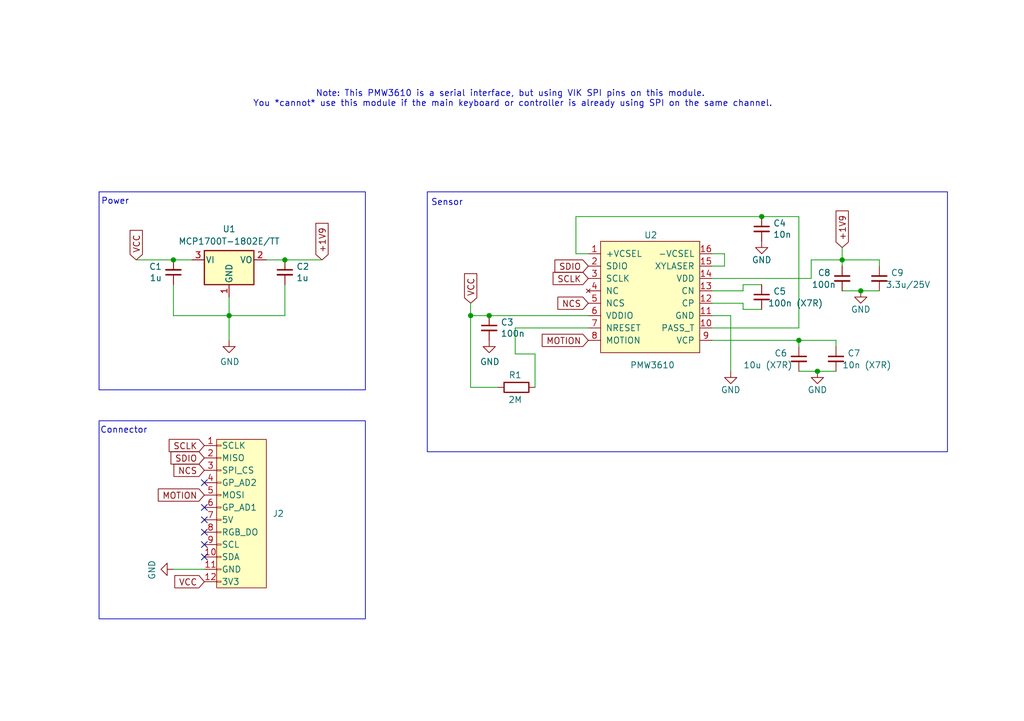
<source format=kicad_sch>
(kicad_sch (version 20250114) (generator "eeschema") (generator_version "9.0")
  (paper "A5")
  (lib_symbols
    (symbol "Device:C_Small" (pin_numbers (hide yes)) (pin_names (offset 0.254) (hide yes))
      (property "Reference" "C" (at 0.254 1.778 0))
      (property "Value" "C_Small" (at 0.254 -2.032 0))
      (symbol "C_Small_0_1"
        (polyline (pts (xy -1.524 0.508) (xy 1.524 0.508)) (stroke (width 0.3048)))
        (polyline (pts (xy -1.524 -0.508) (xy 1.524 -0.508)) (stroke (width 0.3302)))
      )
      (symbol "C_Small_1_1"
        (pin passive line (at 0 2.54 270) (length 2.032) (name "~") (number "1"))
        (pin passive line (at 0 -2.54 90) (length 2.032) (name "~") (number "2"))
      )
    )
    (symbol "Device:R" (pin_numbers (hide yes)) (pin_names (offset 0))
      (property "Reference" "R" (at 2.032 0 90))
      (property "Value" "R" (at 0 0 90))
      (symbol "R_0_1"
        (rectangle (start -1.016 -2.54) (end 1.016 2.54) (stroke (width 0.254)))
      )
      (symbol "R_1_1"
        (pin passive line (at 0 3.81 270) (length 1.27) (name "~") (number "1"))
        (pin passive line (at 0 -3.81 90) (length 1.27) (name "~") (number "2"))
      )
    )
    (symbol "Regulator_Linear:MCP1700x-180xxTT" (pin_names (offset 0.254))
      (property "Reference" "U" (at -3.81 3.175 0))
      (property "Value" "MCP1700x-180xxTT" (at 0 3.175 0))
      (symbol "MCP1700x-180xxTT_0_1"
        (rectangle (start -5.08 1.905) (end 5.08 -5.08) (stroke (width 0.254)) (fill (type background)))
      )
      (symbol "MCP1700x-180xxTT_1_1"
        (pin power_in line (at -7.62 0 0) (length 2.54) (name "VI") (number "3"))
        (pin power_in line (at 0 -7.62 90) (length 2.54) (name "GND") (number "1"))
        (pin power_out line (at 7.62 0 180) (length 2.54) (name "VO") (number "2"))
      )
    )
    (symbol "mysymbol:PMW3610" (pin_names (offset 1.016))
      (property "Reference" "U2" (at -1.27 13.97 0))
      (property "Value" "PMW3610" (at 5.08 -12.7 0))
      (symbol "PMW3610_0_0"
        (pin input line (at -12.7 10.16 0) (length 2.54) (name "+VCSEL") (number "1"))
        (pin bidirectional line (at -12.7 7.62 0) (length 2.54) (name "SDIO") (number "2"))
        (pin input line (at -12.7 5.08 0) (length 2.54) (name "SCLK") (number "3"))
        (pin no_connect line (at -12.7 2.54 0) (length 2.54) (name "NC") (number "4"))
        (pin input line (at -12.7 0 0) (length 2.54) (name "NCS") (number "5"))
        (pin input line (at -12.7 -2.54 0) (length 2.54) (name "VDDIO") (number "6"))
        (pin input line (at -12.7 -5.08 0) (length 2.54) (name "NRESET") (number "7"))
        (pin output line (at -12.7 -7.62 0) (length 2.54) (name "MOTION") (number "8"))
        (pin unspecified line (at 12.7 10.16 180) (length 2.54) (name "-VCSEL") (number "16"))
        (pin input line (at 12.7 7.62 180) (length 2.54) (name "XYLASER") (number "15"))
        (pin power_in line (at 12.7 5.08 180) (length 2.54) (name "VDD") (number "14"))
        (pin unspecified line (at 12.7 2.54 180) (length 2.54) (name "CN") (number "13"))
        (pin unspecified line (at 12.7 0 180) (length 2.54) (name "CP") (number "12"))
        (pin input line (at 12.7 -2.54 180) (length 2.54) (name "GND") (number "11"))
        (pin unspecified line (at 12.7 -5.08 180) (length 2.54) (name "PASS_T") (number "10"))
        (pin unspecified line (at 12.7 -7.62 180) (length 2.54) (name "VCP") (number "9"))
      )
      (symbol "PMW3610_0_1"
        (rectangle (start -10.16 12.7) (end 10.16 -10.16) (fill (type background)))
      )
    )
    (symbol "power:GND" (power) (pin_names (offset 0))
      (property "Value" "GND" (at 0 -3.81 0))
      (symbol "GND_0_1"
        (polyline (pts (xy 0 0) (xy 0 -1.27) (xy 1.27 -1.27) (xy 0 -2.54) (xy -1.27 -1.27) (xy 0 -1.27)))
      )
      (symbol "GND_1_1"
        (pin power_in line (at 0 0 270) (length 0) (hide yes) (name "GND") (number "1"))
      )
    )
    (symbol "vik:vik-module-connector" (pin_names (offset 1))
      (property "Reference" "J" (at 0 15.875 0))
      (symbol "vik-module-connector_1_1"
        (rectangle (start -5.08 13.97) (end 5.08 -16.51) (fill (type background)))
        (rectangle (start -5.0546 12.827) (end -4.191 12.573) (stroke (width 0.1)))
        (rectangle (start -5.0546 10.287) (end -4.191 10.033) (stroke (width 0.1)))
        (rectangle (start -5.0546 7.747) (end -4.191 7.493) (stroke (width 0.1)))
        (rectangle (start -5.0546 5.207) (end -4.191 4.953) (stroke (width 0.1)))
        (rectangle (start -5.0546 2.667) (end -4.191 2.413) (stroke (width 0.1)))
        (rectangle (start -5.0546 0.127) (end -4.191 -0.127) (stroke (width 0.1)))
        (rectangle (start -5.0546 -2.413) (end -4.191 -2.667) (stroke (width 0.1)))
        (rectangle (start -5.0546 -4.953) (end -4.191 -5.207) (stroke (width 0.1)))
        (rectangle (start -5.0546 -7.493) (end -4.191 -7.747) (stroke (width 0.1)))
        (rectangle (start -5.0546 -10.033) (end -4.191 -10.287) (stroke (width 0.1)))
        (rectangle (start -5.0546 -12.573) (end -4.191 -12.827) (stroke (width 0.1)))
        (rectangle (start -5.0546 -15.113) (end -4.191 -15.367) (stroke (width 0.1)))
        (pin output line (at -7.62 12.7 0) (length 2.54) (name "SCLK") (number "1"))
        (pin tri_state line (at -7.62 10.16 0) (length 2.54) (name "MISO") (number "2"))
        (pin output line (at -7.62 7.62 0) (length 2.54) (name "SPI_CS") (number "3"))
        (pin bidirectional line (at -7.62 5.08 0) (length 2.54) (name "GP_AD2") (number "4"))
        (pin output line (at -7.62 2.54 0) (length 2.54) (name "MOSI") (number "5"))
        (pin bidirectional line (at -7.62 0 0) (length 2.54) (name "GP_AD1") (number "6"))
        (pin power_out line (at -7.62 -2.54 0) (length 2.54) (name "5V") (number "7"))
        (pin output line (at -7.62 -5.08 0) (length 2.54) (name "RGB_DO") (number "8"))
        (pin bidirectional line (at -7.62 -7.62 0) (length 2.54) (name "SCL") (number "9"))
        (pin bidirectional line (at -7.62 -10.16 0) (length 2.54) (name "SDA") (number "10"))
        (pin power_out line (at -7.62 -12.7 0) (length 2.54) (name "GND") (number "11"))
        (pin power_out line (at -7.62 -15.24 0) (length 2.54) (name "3V3") (number "12"))
      )
    )
  )
  (rectangle (start 20.32 39.37) (end 74.93 80.01))
  (rectangle (start 87.63 39.37) (end 194.31 92.71))
  (rectangle (start 20.32 86.36) (end 74.93 127))
  (text "Sensor" (at 91.694 41.656 0) (effects (font (size 1.27 1.27))))
  (text "Connector" (at 25.4 88.392 0) (effects (font (size 1.27 1.27))))
  (text "Note: This PMW3610 is a serial interface, but using VIK SPI pins on this module. \nYou *cannot* use this module if the main keyboard or controller is already using SPI on the same channel.\n" (at 105.156 20.32 0) (effects (font (size 1.27 1.27))))
  (text "Power" (at 23.622 41.402 0) (effects (font (size 1.27 1.27))))
  (junction (at 172.72 53.34))
  (junction (at 167.64 76.2))
  (junction (at 96.52 64.77))
  (junction (at 176.53 59.69))
  (junction (at 35.56 53.34))
  (junction (at 163.83 69.85))
  (junction (at 156.21 44.45))
  (junction (at 58.42 53.34))
  (junction (at 100.33 64.77))
  (junction (at 46.99 64.77))
  (no_connect (at 41.91 99.06))
  (no_connect (at 41.91 109.22))
  (no_connect (at 41.91 114.3))
  (no_connect (at 41.91 111.76))
  (no_connect (at 41.91 106.68))
  (no_connect (at 41.91 104.14))
  (wire (pts (xy 35.56 58.42) (xy 35.56 64.77)))
  (wire (pts (xy 172.72 53.34) (xy 172.72 54.61)))
  (wire (pts (xy 163.83 67.31) (xy 163.83 44.45)))
  (wire (pts (xy 146.05 67.31) (xy 163.83 67.31)))
  (wire (pts (xy 46.99 60.96) (xy 46.99 64.77)))
  (wire (pts (xy 163.83 44.45) (xy 156.21 44.45)))
  (wire (pts (xy 105.664 72.644) (xy 105.664 67.31)))
  (wire (pts (xy 152.4 59.69) (xy 152.4 58.42)))
  (wire (pts (xy 146.05 64.77) (xy 149.86 64.77)))
  (wire (pts (xy 54.61 53.34) (xy 58.42 53.34)))
  (wire (pts (xy 163.83 76.2) (xy 167.64 76.2)))
  (wire (pts (xy 58.42 58.42) (xy 58.42 64.77)))
  (wire (pts (xy 35.56 116.84) (xy 41.91 116.84)))
  (wire (pts (xy 146.05 69.85) (xy 163.83 69.85)))
  (wire (pts (xy 35.56 64.77) (xy 46.99 64.77)))
  (wire (pts (xy 152.4 62.23) (xy 152.4 63.5)))
  (wire (pts (xy 58.42 64.77) (xy 46.99 64.77)))
  (wire (pts (xy 172.72 53.34) (xy 180.34 53.34)))
  (wire (pts (xy 109.728 72.644) (xy 109.728 79.502)))
  (wire (pts (xy 148.59 52.07) (xy 148.59 54.61)))
  (wire (pts (xy 102.108 79.502) (xy 96.52 79.502)))
  (wire (pts (xy 163.83 69.85) (xy 163.83 71.12)))
  (wire (pts (xy 109.728 72.644) (xy 105.664 72.644)))
  (wire (pts (xy 35.56 53.34) (xy 39.37 53.34)))
  (wire (pts (xy 146.05 52.07) (xy 148.59 52.07)))
  (wire (pts (xy 105.664 67.31) (xy 120.65 67.31)))
  (wire (pts (xy 96.52 62.23) (xy 96.52 64.77)))
  (wire (pts (xy 167.64 76.2) (xy 171.45 76.2)))
  (wire (pts (xy 172.72 59.69) (xy 176.53 59.69)))
  (wire (pts (xy 166.37 57.15) (xy 166.37 53.34)))
  (wire (pts (xy 172.72 50.8) (xy 172.72 53.34)))
  (wire (pts (xy 66.04 53.34) (xy 58.42 53.34)))
  (wire (pts (xy 146.05 59.69) (xy 152.4 59.69)))
  (wire (pts (xy 171.45 69.85) (xy 171.45 71.12)))
  (wire (pts (xy 96.52 64.77) (xy 100.33 64.77)))
  (wire (pts (xy 118.11 52.07) (xy 120.65 52.07)))
  (wire (pts (xy 180.34 53.34) (xy 180.34 54.61)))
  (wire (pts (xy 146.05 57.15) (xy 166.37 57.15)))
  (wire (pts (xy 152.4 58.42) (xy 156.21 58.42)))
  (wire (pts (xy 163.83 69.85) (xy 171.45 69.85)))
  (wire (pts (xy 146.05 54.61) (xy 148.59 54.61)))
  (wire (pts (xy 166.37 53.34) (xy 172.72 53.34)))
  (wire (pts (xy 46.99 64.77) (xy 46.99 69.85)))
  (wire (pts (xy 156.21 44.45) (xy 118.11 44.45)))
  (wire (pts (xy 149.86 64.77) (xy 149.86 76.2)))
  (wire (pts (xy 96.52 64.77) (xy 96.52 79.502)))
  (wire (pts (xy 176.53 59.69) (xy 180.34 59.69)))
  (wire (pts (xy 118.11 44.45) (xy 118.11 52.07)))
  (wire (pts (xy 152.4 63.5) (xy 156.21 63.5)))
  (wire (pts (xy 146.05 62.23) (xy 152.4 62.23)))
  (wire (pts (xy 100.33 64.77) (xy 120.65 64.77)))
  (wire (pts (xy 27.94 53.34) (xy 35.56 53.34)))
  (global_label "NCS" (shape input) (at 120.65 62.23 180) (property "Intersheetrefs" "${INTERSHEET_REFS}" (effects (hide yes))))
  (global_label "MOTION" (shape input) (at 41.91 101.6 180) (property "Intersheetrefs" "${INTERSHEET_REFS}" (effects (hide yes))))
  (global_label "+1V9" (shape input) (at 172.72 50.8 90) (property "Intersheetrefs" "${INTERSHEET_REFS}" (effects (hide yes))))
  (global_label "+1V9" (shape input) (at 66.04 53.34 90) (property "Intersheetrefs" "${INTERSHEET_REFS}" (effects (hide yes))))
  (global_label "VCC" (shape input) (at 96.52 62.23 90) (property "Intersheetrefs" "${INTERSHEET_REFS}" (effects (hide yes))))
  (global_label "NCS" (shape input) (at 41.91 96.52 180) (property "Intersheetrefs" "${INTERSHEET_REFS}" (effects (hide yes))))
  (global_label "VCC" (shape input) (at 27.94 53.34 90) (property "Intersheetrefs" "${INTERSHEET_REFS}" (effects (hide yes))))
  (global_label "SCLK" (shape input) (at 41.91 91.44 180) (property "Intersheetrefs" "${INTERSHEET_REFS}" (effects (hide yes))))
  (global_label "SDIO" (shape input) (at 120.65 54.61 180) (property "Intersheetrefs" "${INTERSHEET_REFS}" (effects (hide yes))))
  (global_label "MOTION" (shape input) (at 120.65 69.85 180) (property "Intersheetrefs" "${INTERSHEET_REFS}" (effects (hide yes))))
  (global_label "SDIO" (shape input) (at 41.91 93.98 180) (property "Intersheetrefs" "${INTERSHEET_REFS}" (effects (hide yes))))
  (global_label "VCC" (shape input) (at 41.91 119.38 180) (property "Intersheetrefs" "${INTERSHEET_REFS}" (effects (hide yes))))
  (global_label "SCLK" (shape input) (at 120.65 57.15 180) (property "Intersheetrefs" "${INTERSHEET_REFS}" (effects (hide yes))))
  (symbol (lib_id "power:GND") (at 149.86 76.2 0) (unit 1)
    (property "Reference" "#PWR03" (effects (hide yes)))
    (property "Value" "GND" (at 149.86 80.01 0))
  )
  (symbol (lib_id "power:GND") (at 100.33 69.85 0) (unit 1)
    (property "Reference" "#PWR02" (effects (hide yes)))
    (property "Value" "GND" (at 100.457 74.2442 0))
  )
  (symbol (lib_id "mysymbol:PMW3610") (at 133.35 62.23 0) (unit 1)
    (property "Reference" "U2" (at 132.08 48.26 0) (effects (justify left)))
    (property "Value" "PMW3610" (at 138.43 74.93 0) (effects (justify right)))
    (property "Footprint" "roBa:PMW3610DM-SUDU 16Pin" (effects (hide yes)))
  )
  (symbol (lib_id "Device:C_Small") (at 58.42 55.88 0) (unit 1)
    (property "Reference" "C2" (at 60.7568 54.7116 0) (effects (justify left)))
    (property "Value" "1u" (at 60.7568 57.023 0) (effects (justify left)))
    (property "Footprint" "roBa:C_0603_1608Metric" (effects (hide yes)))
    (property "LCSC" "C15849" (effects (hide yes)))
  )
  (symbol (lib_id "Regulator_Linear:MCP1700x-180xxTT") (at 46.99 53.34 0) (unit 1)
    (property "Reference" "U1" (at 46.99 46.99 0))
    (property "Value" "MCP1700T-1802E/TT" (at 46.99 49.53 0))
    (property "Footprint" "roBa:SOT-23" (effects (hide yes)))
    (property "Datasheet" "http://ww1.microchip.com/downloads/en/DeviceDoc/20001826D.pdf" (effects (hide yes)))
    (property "Description" "250mA Low Quiscent Current LDO, 1.8V output, SOT-23" (effects (hide yes)))
  )
  (symbol (lib_id "power:GND") (at 35.56 116.84 270) (unit 1)
    (property "Reference" "#PWR07" (effects (hide yes)))
    (property "Value" "GND" (at 31.1658 116.967 0))
  )
  (symbol (lib_id "Device:C_Small") (at 100.33 67.31 0) (unit 1)
    (property "Reference" "C3" (at 102.6668 66.1416 0) (effects (justify left)))
    (property "Value" "100n" (at 102.6668 68.453 0) (effects (justify left)))
    (property "Footprint" "roBa:C_0603_1608Metric" (effects (hide yes)))
    (property "LCSC" "C19666" (effects (hide yes)))
  )
  (symbol (lib_id "Device:C_Small") (at 172.72 57.15 0) (mirror y) (unit 1)
    (property "Reference" "C8" (at 170.3832 55.9816 0) (effects (justify left)))
    (property "Value" "100n" (at 171.45 58.42 0) (effects (justify left)))
    (property "Footprint" "roBa:C_0603_1608Metric" (effects (hide yes)))
    (property "LCSC" "C19666" (effects (hide yes)))
  )
  (symbol (lib_id "Device:C_Small") (at 156.21 46.99 0) (unit 1)
    (property "Reference" "C4" (at 158.5468 45.8216 0) (effects (justify left)))
    (property "Value" "10n" (at 158.5468 48.133 0) (effects (justify left)))
    (property "Footprint" "roBa:C_0603_1608Metric" (effects (hide yes)))
    (property "LCSC" "C19666" (effects (hide yes)))
  )
  (symbol (lib_id "Device:C_Small") (at 156.21 60.96 0) (unit 1)
    (property "Reference" "C5" (at 158.5468 59.7916 0) (effects (justify left)))
    (property "Value" "100n (X7R)" (at 157.48 62.23 0) (effects (justify left)))
    (property "Footprint" "roBa:C_0603_1608Metric" (effects (hide yes)))
    (property "LCSC" "C19666" (effects (hide yes)))
  )
  (symbol (lib_id "Device:C_Small") (at 35.56 55.88 0) (mirror x) (unit 1)
    (property "Reference" "C1" (at 33.2486 54.7116 0) (effects (justify right)))
    (property "Value" "1u" (at 33.2486 57.023 0) (effects (justify right)))
    (property "Footprint" "roBa:C_0603_1608Metric" (effects (hide yes)))
    (property "LCSC" "C14663" (effects (hide yes)))
  )
  (symbol (lib_id "power:GND") (at 176.53 59.69 0) (unit 1)
    (property "Reference" "#PWR06" (effects (hide yes)))
    (property "Value" "GND" (at 176.53 63.5 0))
  )
  (symbol (lib_id "power:GND") (at 46.99 69.85 0) (unit 1)
    (property "Reference" "#PWR01" (effects (hide yes)))
    (property "Value" "GND" (at 47.117 74.2442 0))
  )
  (symbol (lib_id "Device:R") (at 105.918 79.502 270) (unit 1)
    (property "Reference" "R1" (at 105.664 76.962 90))
    (property "Value" "2M" (at 105.664 82.042 90))
    (property "Footprint" "roBa:R_0603_1608Metric" (effects (hide yes)))
  )
  (symbol (lib_id "Device:C_Small") (at 171.45 73.66 0) (unit 1)
    (property "Reference" "C7" (at 173.7868 72.4916 0) (effects (justify left)))
    (property "Value" "10n (X7R)" (at 172.72 74.93 0) (effects (justify left)))
    (property "Footprint" "roBa:C_0603_1608Metric" (effects (hide yes)))
    (property "LCSC" "C19666" (effects (hide yes)))
  )
  (symbol (lib_id "Device:C_Small") (at 180.34 57.15 0) (unit 1)
    (property "Reference" "C9" (at 182.6768 55.9816 0) (effects (justify left)))
    (property "Value" "3.3u/25V" (at 181.61 58.42 0) (effects (justify left)))
    (property "Footprint" "roBa:C_0603_1608Metric" (effects (hide yes)))
    (property "LCSC" "C19666" (effects (hide yes)))
  )
  (symbol (lib_id "Device:C_Small") (at 163.83 73.66 0) (mirror y) (unit 1)
    (property "Reference" "C6" (at 161.4932 72.4916 0) (effects (justify left)))
    (property "Value" "10u (X7R)" (at 162.56 74.93 0) (effects (justify left)))
    (property "Footprint" "roBa:C_0603_1608Metric" (effects (hide yes)))
    (property "LCSC" "C19666" (effects (hide yes)))
  )
  (symbol (lib_id "power:GND") (at 167.64 76.2 0) (unit 1)
    (property "Reference" "#PWR05" (effects (hide yes)))
    (property "Value" "GND" (at 167.64 80.01 0))
  )
  (symbol (lib_id "power:GND") (at 156.21 49.53 0) (unit 1)
    (property "Reference" "#PWR04" (effects (hide yes)))
    (property "Value" "GND" (at 156.21 53.34 0))
  )
  (symbol (lib_id "vik:vik-module-connector") (at 49.53 104.14 0) (unit 1)
    (property "Reference" "J2" (at 55.88 105.4099 0) (effects (justify left)))
    (property "Value" "vik-module-connector" (effects (hide yes)))
    (property "Footprint" "vik:vik-module-connector-vertical" (effects (hide yes)))
  )
)
</source>
